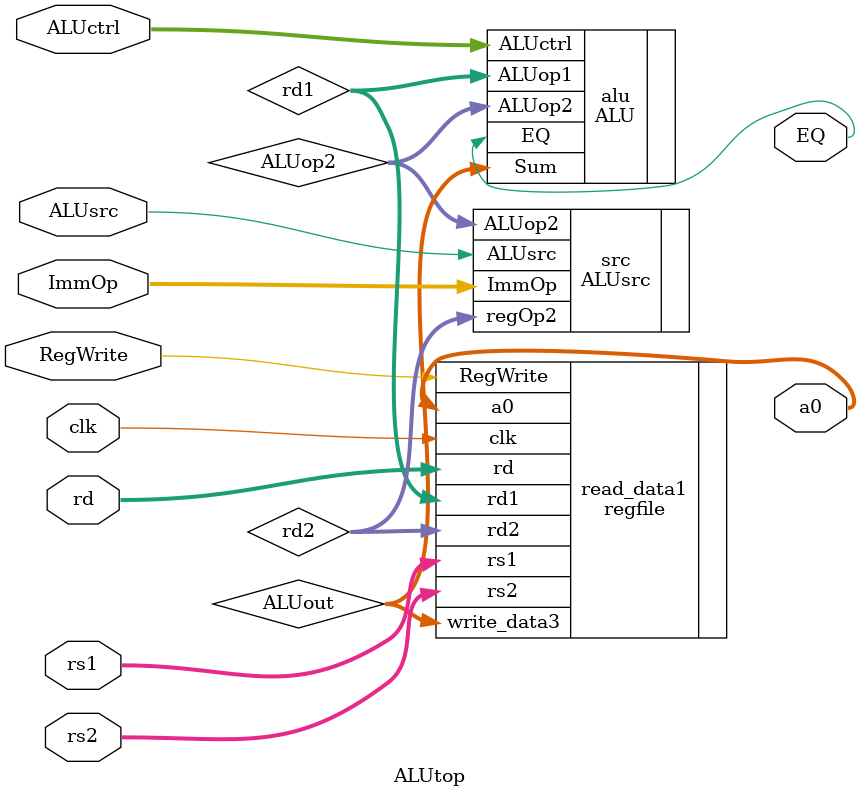
<source format=sv>
module ALUtop #(
    parameter       A_WIDTH = 5,
    parameter       D_WIDTH = 32
)(
    input logic [A_WIDTH-1:0]   rs1,
    input logic [A_WIDTH-1:0]   rs2,
    input logic [A_WIDTH-1:0]   rd,
    input logic                 clk,
    input logic                 RegWrite,
    input logic [D_WIDTH-1:0]   ImmOp,
    input logic [2:0]           ALUctrl,  
    input logic                 ALUsrc,
    output logic                EQ,
    output logic [D_WIDTH-1:0]  a0

);

logic [D_WIDTH-1:0]             rd1 ; // wire connecting RD1 output to ALUop1
logic [D_WIDTH-1:0]             rd2 ; // wire connecting RD2 output to multiplexer
logic [D_WIDTH-1:0]             ALUop2 ; // wire connecting multiplexer into input of ALU
logic [D_WIDTH-1:0]             ALUout ; // wire connecting output of ALU to regfile WD3


regfile read_data1 (
    .clk(clk),
    //.rst(rst), need to include
    .rd1(rd1),
    .rs1(rs1),
    .rs2(rs2),
    .rd(rd),
    .RegWrite(RegWrite),
    .write_data3(ALUout),
    .rd2(rd2), 
    .a0(a0)
);

ALUsrc src(
    .regOp2(rd2),
    .ALUsrc(ALUsrc),
    .ImmOp(ImmOp),
    .ALUop2(ALUop2) // ALUop2
);

ALU alu(
    .ALUctrl(ALUctrl),
    .ALUop1(rd1),
    .ALUop2(ALUop2), // ALUop2
    .Sum(ALUout),
    .EQ(EQ)
);

endmodule

</source>
